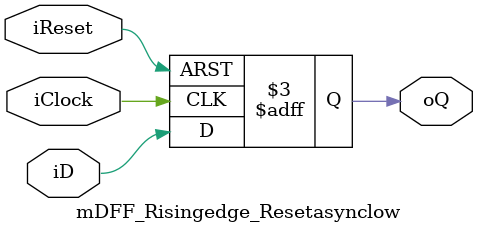
<source format=v>
module mDFF_Risingedge_Resetasynclow (	input iD,
													input iClock,
													input iReset,
													output reg oQ
													);

always @ (posedge iClock or negedge iReset)
begin
	if(iReset == 1'b0)
		oQ <= 1'b0;
	else
		oQ<=iD;
end
endmodule
</source>
